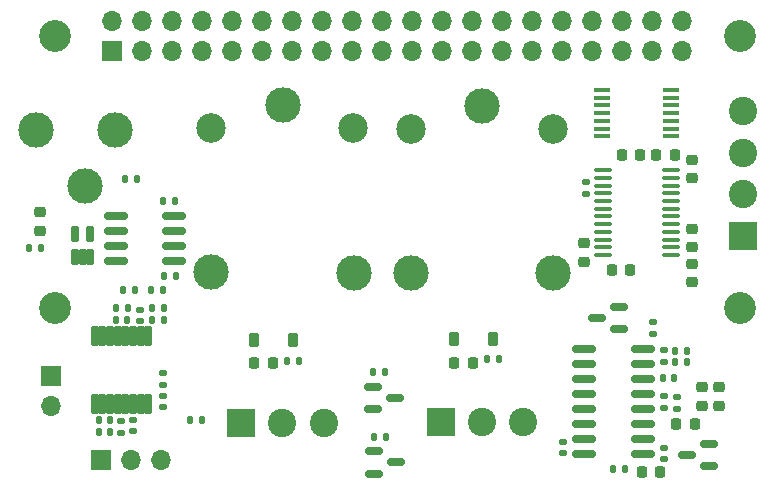
<source format=gbr>
%TF.GenerationSoftware,KiCad,Pcbnew,7.0.5*%
%TF.CreationDate,2024-01-24T13:57:34+02:00*%
%TF.ProjectId,Pi HAT,50692048-4154-42e6-9b69-6361645f7063,1.1.2*%
%TF.SameCoordinates,Original*%
%TF.FileFunction,Soldermask,Top*%
%TF.FilePolarity,Negative*%
%FSLAX46Y46*%
G04 Gerber Fmt 4.6, Leading zero omitted, Abs format (unit mm)*
G04 Created by KiCad (PCBNEW 7.0.5) date 2024-01-24 13:57:34*
%MOMM*%
%LPD*%
G01*
G04 APERTURE LIST*
G04 Aperture macros list*
%AMRoundRect*
0 Rectangle with rounded corners*
0 $1 Rounding radius*
0 $2 $3 $4 $5 $6 $7 $8 $9 X,Y pos of 4 corners*
0 Add a 4 corners polygon primitive as box body*
4,1,4,$2,$3,$4,$5,$6,$7,$8,$9,$2,$3,0*
0 Add four circle primitives for the rounded corners*
1,1,$1+$1,$2,$3*
1,1,$1+$1,$4,$5*
1,1,$1+$1,$6,$7*
1,1,$1+$1,$8,$9*
0 Add four rect primitives between the rounded corners*
20,1,$1+$1,$2,$3,$4,$5,0*
20,1,$1+$1,$4,$5,$6,$7,0*
20,1,$1+$1,$6,$7,$8,$9,0*
20,1,$1+$1,$8,$9,$2,$3,0*%
G04 Aperture macros list end*
%ADD10C,2.700000*%
%ADD11R,2.400000X2.400000*%
%ADD12C,2.400000*%
%ADD13RoundRect,0.218750X-0.218750X-0.256250X0.218750X-0.256250X0.218750X0.256250X-0.218750X0.256250X0*%
%ADD14R,1.700000X1.700000*%
%ADD15O,1.700000X1.700000*%
%ADD16RoundRect,0.135000X-0.185000X0.135000X-0.185000X-0.135000X0.185000X-0.135000X0.185000X0.135000X0*%
%ADD17RoundRect,0.225000X-0.250000X0.225000X-0.250000X-0.225000X0.250000X-0.225000X0.250000X0.225000X0*%
%ADD18RoundRect,0.225000X0.250000X-0.225000X0.250000X0.225000X-0.250000X0.225000X-0.250000X-0.225000X0*%
%ADD19RoundRect,0.100000X-0.637500X-0.100000X0.637500X-0.100000X0.637500X0.100000X-0.637500X0.100000X0*%
%ADD20RoundRect,0.135000X0.185000X-0.135000X0.185000X0.135000X-0.185000X0.135000X-0.185000X-0.135000X0*%
%ADD21RoundRect,0.225000X-0.225000X-0.250000X0.225000X-0.250000X0.225000X0.250000X-0.225000X0.250000X0*%
%ADD22RoundRect,0.122500X0.184500X-0.764500X0.184500X0.764500X-0.184500X0.764500X-0.184500X-0.764500X0*%
%ADD23RoundRect,0.140000X-0.170000X0.140000X-0.170000X-0.140000X0.170000X-0.140000X0.170000X0.140000X0*%
%ADD24C,3.000000*%
%ADD25C,2.500000*%
%ADD26RoundRect,0.135000X0.135000X0.185000X-0.135000X0.185000X-0.135000X-0.185000X0.135000X-0.185000X0*%
%ADD27RoundRect,0.150000X0.587500X0.150000X-0.587500X0.150000X-0.587500X-0.150000X0.587500X-0.150000X0*%
%ADD28RoundRect,0.225000X0.225000X0.375000X-0.225000X0.375000X-0.225000X-0.375000X0.225000X-0.375000X0*%
%ADD29RoundRect,0.135000X-0.135000X-0.185000X0.135000X-0.185000X0.135000X0.185000X-0.135000X0.185000X0*%
%ADD30RoundRect,0.150000X-0.825000X-0.150000X0.825000X-0.150000X0.825000X0.150000X-0.825000X0.150000X0*%
%ADD31RoundRect,0.150000X-0.587500X-0.150000X0.587500X-0.150000X0.587500X0.150000X-0.587500X0.150000X0*%
%ADD32RoundRect,0.218750X0.256250X-0.218750X0.256250X0.218750X-0.256250X0.218750X-0.256250X-0.218750X0*%
%ADD33RoundRect,0.150000X0.850000X0.150000X-0.850000X0.150000X-0.850000X-0.150000X0.850000X-0.150000X0*%
%ADD34RoundRect,0.140000X-0.140000X-0.170000X0.140000X-0.170000X0.140000X0.170000X-0.140000X0.170000X0*%
%ADD35RoundRect,0.140000X0.170000X-0.140000X0.170000X0.140000X-0.170000X0.140000X-0.170000X-0.140000X0*%
%ADD36RoundRect,0.218750X0.218750X0.256250X-0.218750X0.256250X-0.218750X-0.256250X0.218750X-0.256250X0*%
%ADD37RoundRect,0.140000X0.140000X0.170000X-0.140000X0.170000X-0.140000X-0.170000X0.140000X-0.170000X0*%
%ADD38R,1.473200X0.355600*%
%ADD39RoundRect,0.225000X0.225000X0.250000X-0.225000X0.250000X-0.225000X-0.250000X0.225000X-0.250000X0*%
%ADD40RoundRect,0.122000X0.180000X-0.575000X0.180000X0.575000X-0.180000X0.575000X-0.180000X-0.575000X0*%
G04 APERTURE END LIST*
D10*
%TO.C,H1*%
X121032000Y-94568000D03*
%TD*%
%TO.C,H2*%
X179032000Y-94568000D03*
%TD*%
%TO.C,H3*%
X179032000Y-117568000D03*
%TD*%
%TO.C,H4*%
X121032000Y-117568000D03*
%TD*%
D11*
%TO.C,J1*%
X179324000Y-111450000D03*
D12*
X179324000Y-107950000D03*
X179324000Y-104450000D03*
X179324000Y-100950000D03*
%TD*%
D13*
%TO.C,D4*%
X154842500Y-122242000D03*
X156417500Y-122242000D03*
%TD*%
D14*
%TO.C,J9*%
X124985000Y-130460000D03*
D15*
X127525000Y-130460000D03*
X130065000Y-130460000D03*
%TD*%
D16*
%TO.C,R2*%
X166050000Y-106880000D03*
X166050000Y-107900000D03*
%TD*%
D17*
%TO.C,C17*%
X174950000Y-105050000D03*
X174950000Y-106600000D03*
%TD*%
D18*
%TO.C,C2*%
X174950000Y-115425000D03*
X174950000Y-113875000D03*
%TD*%
D19*
%TO.C,IC1*%
X167487500Y-105939000D03*
X167487500Y-106589000D03*
X167487500Y-107239000D03*
X167487500Y-107889000D03*
X167487500Y-108539000D03*
X167487500Y-109189000D03*
X167487500Y-109839000D03*
X167487500Y-110489000D03*
X167487500Y-111139000D03*
X167487500Y-111789000D03*
X167487500Y-112439000D03*
X167487500Y-113089000D03*
X173212500Y-113089000D03*
X173212500Y-112439000D03*
X173212500Y-111789000D03*
X173212500Y-111139000D03*
X173212500Y-110489000D03*
X173212500Y-109839000D03*
X173212500Y-109189000D03*
X173212500Y-108539000D03*
X173212500Y-107889000D03*
X173212500Y-107239000D03*
X173212500Y-106589000D03*
X173212500Y-105939000D03*
%TD*%
D20*
%TO.C,R1*%
X171675000Y-119800000D03*
X171675000Y-118780000D03*
%TD*%
D21*
%TO.C,C15*%
X168175000Y-114400000D03*
X169725000Y-114400000D03*
%TD*%
D22*
%TO.C,U5*%
X124404800Y-125706400D03*
X125054800Y-125706400D03*
X125704800Y-125706400D03*
X126354800Y-125706400D03*
X127004800Y-125706400D03*
X127654800Y-125706400D03*
X128304800Y-125706400D03*
X128954800Y-125706400D03*
X128954800Y-119966400D03*
X128304800Y-119966400D03*
X127654800Y-119966400D03*
X127004800Y-119966400D03*
X126354800Y-119966400D03*
X125704800Y-119966400D03*
X125054800Y-119966400D03*
X124404800Y-119966400D03*
%TD*%
D23*
%TO.C,C20*%
X172600000Y-121165000D03*
X172600000Y-122125000D03*
%TD*%
D24*
%TO.C,K1*%
X140332000Y-100424605D03*
D25*
X134282000Y-102374605D03*
D24*
X134282000Y-114574605D03*
X146332000Y-114624605D03*
D25*
X146282000Y-102374605D03*
%TD*%
D21*
%TO.C,C3*%
X169050000Y-104650000D03*
X170600000Y-104650000D03*
%TD*%
D26*
%TO.C,R9*%
X119880000Y-112480000D03*
X118860000Y-112480000D03*
%TD*%
D27*
%TO.C,Q4*%
X176451500Y-130998000D03*
X176451500Y-129098000D03*
X174576500Y-130048000D03*
%TD*%
D28*
%TO.C,D1*%
X158110000Y-120210000D03*
X154810000Y-120210000D03*
%TD*%
%TO.C,D2*%
X141189000Y-120308000D03*
X137889000Y-120308000D03*
%TD*%
D23*
%TO.C,C7*%
X127635000Y-127078800D03*
X127635000Y-128038800D03*
%TD*%
D16*
%TO.C,R11*%
X130175000Y-123061000D03*
X130175000Y-124081000D03*
%TD*%
D29*
%TO.C,R14*%
X126185200Y-117551200D03*
X127205200Y-117551200D03*
%TD*%
D30*
%TO.C,U4*%
X126176000Y-109804200D03*
X126176000Y-111074200D03*
X126176000Y-112344200D03*
X126176000Y-113614200D03*
X131126000Y-113614200D03*
X131126000Y-112344200D03*
X131126000Y-111074200D03*
X131126000Y-109804200D03*
%TD*%
D31*
%TO.C,Q3*%
X148035800Y-129707600D03*
X148035800Y-131607600D03*
X149910800Y-130657600D03*
%TD*%
D29*
%TO.C,R5*%
X127010000Y-106650000D03*
X128030000Y-106650000D03*
%TD*%
D32*
%TO.C,D3*%
X119800000Y-111067500D03*
X119800000Y-109492500D03*
%TD*%
D24*
%TO.C,K2*%
X157232000Y-100457000D03*
D25*
X151182000Y-102407000D03*
D24*
X151182000Y-114607000D03*
X163232000Y-114657000D03*
D25*
X163182000Y-102407000D03*
%TD*%
D33*
%TO.C,U6*%
X170875000Y-129910000D03*
X170875000Y-128640000D03*
X170875000Y-127370000D03*
X170875000Y-126100000D03*
X170875000Y-124830000D03*
X170875000Y-123560000D03*
X170875000Y-122290000D03*
X170875000Y-121020000D03*
X165875000Y-121020000D03*
X165875000Y-122290000D03*
X165875000Y-123560000D03*
X165875000Y-124830000D03*
X165875000Y-126100000D03*
X165875000Y-127370000D03*
X165875000Y-128640000D03*
X165875000Y-129910000D03*
%TD*%
D14*
%TO.C,J11*%
X120700000Y-123375000D03*
D15*
X120700000Y-125915000D03*
%TD*%
D29*
%TO.C,R22*%
X168290000Y-131200000D03*
X169310000Y-131200000D03*
%TD*%
D34*
%TO.C,C9*%
X129285400Y-118609800D03*
X130245400Y-118609800D03*
%TD*%
%TO.C,C10*%
X130320000Y-114900000D03*
X131280000Y-114900000D03*
%TD*%
%TO.C,C13*%
X126215200Y-118618000D03*
X127175200Y-118618000D03*
%TD*%
D29*
%TO.C,R3*%
X147953000Y-123037600D03*
X148973000Y-123037600D03*
%TD*%
D11*
%TO.C,J5*%
X153700000Y-127275000D03*
D12*
X157200000Y-127275000D03*
X160700000Y-127275000D03*
%TD*%
D26*
%TO.C,R8*%
X133504400Y-127101600D03*
X132484400Y-127101600D03*
%TD*%
D29*
%TO.C,R6*%
X126790000Y-116100000D03*
X127810000Y-116100000D03*
%TD*%
D20*
%TO.C,R18*%
X173700000Y-126110000D03*
X173700000Y-125090000D03*
%TD*%
D11*
%TO.C,J6*%
X136800000Y-127315000D03*
D12*
X140300000Y-127315000D03*
X143800000Y-127315000D03*
%TD*%
D29*
%TO.C,R7*%
X129190000Y-116100000D03*
X130210000Y-116100000D03*
%TD*%
D16*
%TO.C,R19*%
X172605000Y-125075000D03*
X172605000Y-126095000D03*
%TD*%
D21*
%TO.C,C22*%
X170730000Y-131450000D03*
X172280000Y-131450000D03*
%TD*%
D35*
%TO.C,C21*%
X164105000Y-129865000D03*
X164105000Y-128905000D03*
%TD*%
%TO.C,C4*%
X128270000Y-118717000D03*
X128270000Y-117757000D03*
%TD*%
D36*
%TO.C,L1*%
X175237500Y-127375000D03*
X173662500Y-127375000D03*
%TD*%
D29*
%TO.C,R17*%
X140680000Y-122040000D03*
X141700000Y-122040000D03*
%TD*%
%TO.C,R15*%
X129230000Y-117620000D03*
X130250000Y-117620000D03*
%TD*%
D26*
%TO.C,R21*%
X174585000Y-122200000D03*
X173565000Y-122200000D03*
%TD*%
D13*
%TO.C,D5*%
X137908500Y-122262000D03*
X139483500Y-122262000D03*
%TD*%
D18*
%TO.C,C23*%
X175850000Y-125850000D03*
X175850000Y-124300000D03*
%TD*%
D37*
%TO.C,C6*%
X131180000Y-108508800D03*
X130220000Y-108508800D03*
%TD*%
D34*
%TO.C,C11*%
X124742000Y-127101600D03*
X125702000Y-127101600D03*
%TD*%
D18*
%TO.C,C14*%
X165800000Y-113652600D03*
X165800000Y-112102600D03*
%TD*%
D31*
%TO.C,Q2*%
X147936200Y-124272000D03*
X147936200Y-126172000D03*
X149811200Y-125222000D03*
%TD*%
D24*
%TO.C,J4*%
X126111000Y-102558000D03*
X119461000Y-102558000D03*
X123561000Y-107258000D03*
%TD*%
D27*
%TO.C,Q1*%
X168783000Y-119380000D03*
X168783000Y-117480000D03*
X166908000Y-118430000D03*
%TD*%
D38*
%TO.C,U1*%
X167358000Y-99144200D03*
X167358000Y-99804600D03*
X167358000Y-100439600D03*
X167358000Y-101100000D03*
X167358000Y-101760400D03*
X167358000Y-102395400D03*
X167358000Y-103055800D03*
X173200000Y-103055800D03*
X173200000Y-102395400D03*
X173200000Y-101760400D03*
X173200000Y-101100000D03*
X173200000Y-100439600D03*
X173200000Y-99804600D03*
X173200000Y-99144200D03*
%TD*%
D39*
%TO.C,C16*%
X173525000Y-104650000D03*
X171975000Y-104650000D03*
%TD*%
D23*
%TO.C,C24*%
X172625000Y-129441000D03*
X172625000Y-130401000D03*
%TD*%
D40*
%TO.C,U3*%
X122750000Y-113260000D03*
X123400000Y-113260000D03*
X124050000Y-113260000D03*
X124050000Y-111340000D03*
X122750000Y-111340000D03*
%TD*%
D17*
%TO.C,C1*%
X174950000Y-110875000D03*
X174950000Y-112425000D03*
%TD*%
D29*
%TO.C,R16*%
X157601000Y-121942000D03*
X158621000Y-121942000D03*
%TD*%
D20*
%TO.C,R10*%
X126619000Y-128145000D03*
X126619000Y-127125000D03*
%TD*%
D18*
%TO.C,C18*%
X177300000Y-125850000D03*
X177300000Y-124300000D03*
%TD*%
D29*
%TO.C,R4*%
X148056900Y-128473200D03*
X149076900Y-128473200D03*
%TD*%
D34*
%TO.C,C12*%
X124740000Y-128080000D03*
X125700000Y-128080000D03*
%TD*%
D26*
%TO.C,R20*%
X174585000Y-121200000D03*
X173565000Y-121200000D03*
%TD*%
D35*
%TO.C,C5*%
X130200400Y-126006800D03*
X130200400Y-125046800D03*
%TD*%
D34*
%TO.C,C19*%
X172525000Y-123535000D03*
X173485000Y-123535000D03*
%TD*%
D14*
%TO.C,J7*%
X125902000Y-95838000D03*
D15*
X125902000Y-93298000D03*
X128442000Y-95838000D03*
X128442000Y-93298000D03*
X130982000Y-95838000D03*
X130982000Y-93298000D03*
X133522000Y-95838000D03*
X133522000Y-93298000D03*
X136062000Y-95838000D03*
X136062000Y-93298000D03*
X138602000Y-95838000D03*
X138602000Y-93298000D03*
X141142000Y-95838000D03*
X141142000Y-93298000D03*
X143682000Y-95838000D03*
X143682000Y-93298000D03*
X146222000Y-95838000D03*
X146222000Y-93298000D03*
X148762000Y-95838000D03*
X148762000Y-93298000D03*
X151302000Y-95838000D03*
X151302000Y-93298000D03*
X153842000Y-95838000D03*
X153842000Y-93298000D03*
X156382000Y-95838000D03*
X156382000Y-93298000D03*
X158922000Y-95838000D03*
X158922000Y-93298000D03*
X161462000Y-95838000D03*
X161462000Y-93298000D03*
X164002000Y-95838000D03*
X164002000Y-93298000D03*
X166542000Y-95838000D03*
X166542000Y-93298000D03*
X169082000Y-95838000D03*
X169082000Y-93298000D03*
X171622000Y-95838000D03*
X171622000Y-93298000D03*
X174162000Y-95838000D03*
X174162000Y-93298000D03*
%TD*%
M02*

</source>
